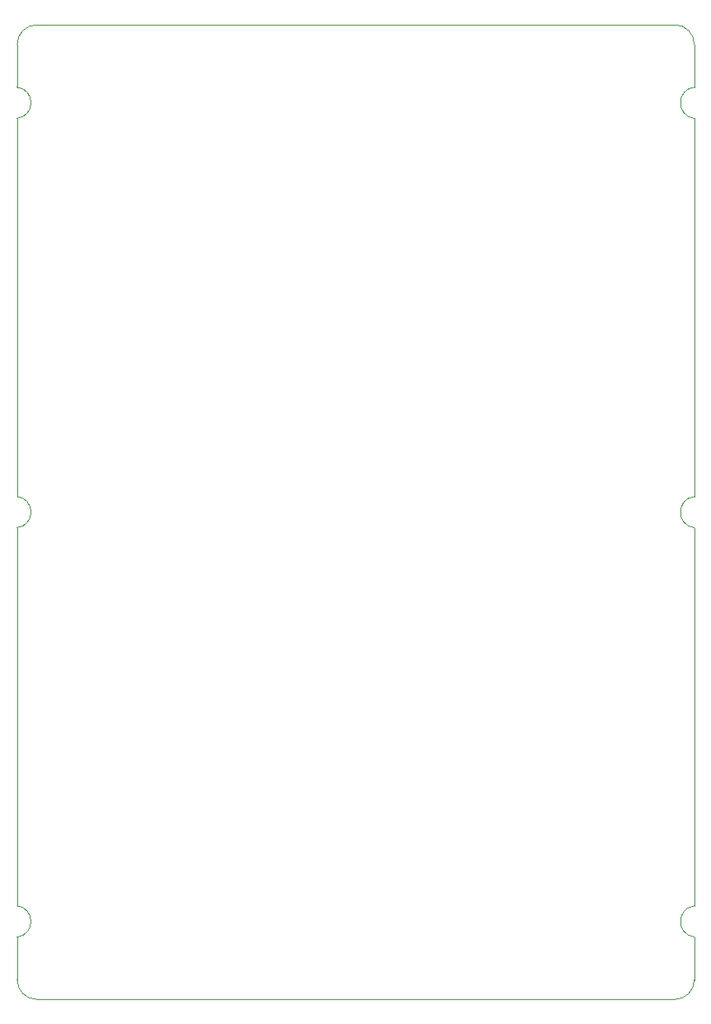
<source format=gbr>
%TF.GenerationSoftware,KiCad,Pcbnew,(6.0.9)*%
%TF.CreationDate,2023-11-09T17:58:51+05:30*%
%TF.ProjectId,Modular-I2C-4PxRJ45-Relay-Driver,4d6f6475-6c61-4722-9d49-32432d345078,2*%
%TF.SameCoordinates,Original*%
%TF.FileFunction,Profile,NP*%
%FSLAX46Y46*%
G04 Gerber Fmt 4.6, Leading zero omitted, Abs format (unit mm)*
G04 Created by KiCad (PCBNEW (6.0.9)) date 2023-11-09 17:58:51*
%MOMM*%
%LPD*%
G01*
G04 APERTURE LIST*
%TA.AperFunction,Profile*%
%ADD10C,0.050000*%
%TD*%
G04 APERTURE END LIST*
D10*
X184396000Y-71682000D02*
X184396000Y-110482000D01*
X184396000Y-113682000D02*
X184396000Y-118082000D01*
X182396000Y-120082000D02*
X116896000Y-120082000D01*
X116896000Y-20082000D02*
G75*
G03*
X114896000Y-22082000I0J-2000000D01*
G01*
X182396000Y-120082000D02*
G75*
G03*
X184396000Y-118082000I0J2000000D01*
G01*
X116896000Y-20082000D02*
X182396000Y-20082000D01*
X114896000Y-29682000D02*
G75*
G03*
X114896000Y-26482000I-200700J1600000D01*
G01*
X184396000Y-26482000D02*
G75*
G03*
X184396000Y-29682000I200700J-1600000D01*
G01*
X184396000Y-68482000D02*
G75*
G03*
X184396000Y-71682000I200700J-1600000D01*
G01*
X184396000Y-22082000D02*
X184396000Y-26482000D01*
X114896000Y-118082000D02*
X114896000Y-113682000D01*
X114896000Y-113682000D02*
G75*
G03*
X114896000Y-110482000I-200700J1600000D01*
G01*
X114896000Y-22082000D02*
X114896000Y-26482000D01*
X114896000Y-29682000D02*
X114896000Y-68482000D01*
X184396000Y-110482000D02*
G75*
G03*
X184396000Y-113682000I200700J-1600000D01*
G01*
X184396000Y-68482000D02*
X184396000Y-29682000D01*
X114896000Y-71682000D02*
G75*
G03*
X114896000Y-68482000I-200700J1600000D01*
G01*
X184396000Y-22082000D02*
G75*
G03*
X182396000Y-20082000I-2000000J0D01*
G01*
X114896000Y-118082000D02*
G75*
G03*
X116896000Y-120082000I2000000J0D01*
G01*
X114896000Y-71682000D02*
X114896000Y-110482000D01*
M02*

</source>
